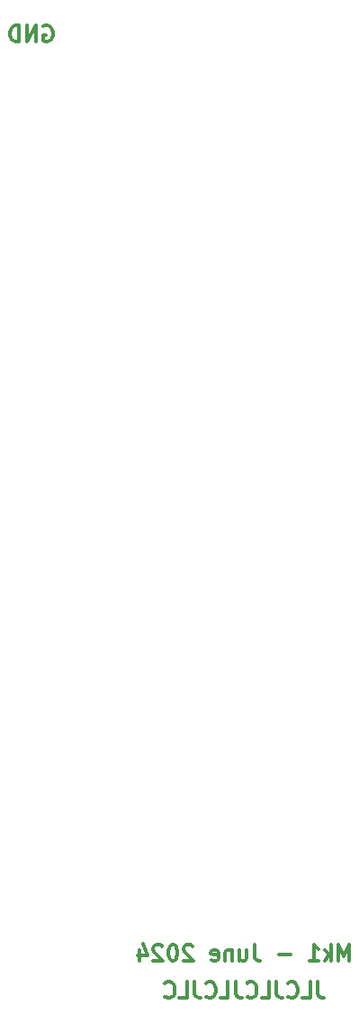
<source format=gbo>
G04 #@! TF.GenerationSoftware,KiCad,Pcbnew,8.0.3*
G04 #@! TF.CreationDate,2024-06-29T17:28:01+02:00*
G04 #@! TF.ProjectId,DMH_Buffered_Mult_PANEL,444d485f-4275-4666-9665-7265645f4d75,1*
G04 #@! TF.SameCoordinates,Original*
G04 #@! TF.FileFunction,Legend,Bot*
G04 #@! TF.FilePolarity,Positive*
%FSLAX46Y46*%
G04 Gerber Fmt 4.6, Leading zero omitted, Abs format (unit mm)*
G04 Created by KiCad (PCBNEW 8.0.3) date 2024-06-29 17:28:01*
%MOMM*%
%LPD*%
G01*
G04 APERTURE LIST*
%ADD10C,0.300000*%
%ADD11C,0.500000*%
%ADD12C,12.000000*%
%ADD13C,4.000000*%
%ADD14R,5.000000X10.000000*%
G04 APERTURE END LIST*
D10*
X106928571Y-225678328D02*
X106928571Y-226749757D01*
X106928571Y-226749757D02*
X107000000Y-226964042D01*
X107000000Y-226964042D02*
X107142857Y-227106900D01*
X107142857Y-227106900D02*
X107357143Y-227178328D01*
X107357143Y-227178328D02*
X107500000Y-227178328D01*
X105500000Y-227178328D02*
X106214286Y-227178328D01*
X106214286Y-227178328D02*
X106214286Y-225678328D01*
X104142857Y-227035471D02*
X104214285Y-227106900D01*
X104214285Y-227106900D02*
X104428571Y-227178328D01*
X104428571Y-227178328D02*
X104571428Y-227178328D01*
X104571428Y-227178328D02*
X104785714Y-227106900D01*
X104785714Y-227106900D02*
X104928571Y-226964042D01*
X104928571Y-226964042D02*
X105000000Y-226821185D01*
X105000000Y-226821185D02*
X105071428Y-226535471D01*
X105071428Y-226535471D02*
X105071428Y-226321185D01*
X105071428Y-226321185D02*
X105000000Y-226035471D01*
X105000000Y-226035471D02*
X104928571Y-225892614D01*
X104928571Y-225892614D02*
X104785714Y-225749757D01*
X104785714Y-225749757D02*
X104571428Y-225678328D01*
X104571428Y-225678328D02*
X104428571Y-225678328D01*
X104428571Y-225678328D02*
X104214285Y-225749757D01*
X104214285Y-225749757D02*
X104142857Y-225821185D01*
X103071428Y-225678328D02*
X103071428Y-226749757D01*
X103071428Y-226749757D02*
X103142857Y-226964042D01*
X103142857Y-226964042D02*
X103285714Y-227106900D01*
X103285714Y-227106900D02*
X103500000Y-227178328D01*
X103500000Y-227178328D02*
X103642857Y-227178328D01*
X101642857Y-227178328D02*
X102357143Y-227178328D01*
X102357143Y-227178328D02*
X102357143Y-225678328D01*
X100285714Y-227035471D02*
X100357142Y-227106900D01*
X100357142Y-227106900D02*
X100571428Y-227178328D01*
X100571428Y-227178328D02*
X100714285Y-227178328D01*
X100714285Y-227178328D02*
X100928571Y-227106900D01*
X100928571Y-227106900D02*
X101071428Y-226964042D01*
X101071428Y-226964042D02*
X101142857Y-226821185D01*
X101142857Y-226821185D02*
X101214285Y-226535471D01*
X101214285Y-226535471D02*
X101214285Y-226321185D01*
X101214285Y-226321185D02*
X101142857Y-226035471D01*
X101142857Y-226035471D02*
X101071428Y-225892614D01*
X101071428Y-225892614D02*
X100928571Y-225749757D01*
X100928571Y-225749757D02*
X100714285Y-225678328D01*
X100714285Y-225678328D02*
X100571428Y-225678328D01*
X100571428Y-225678328D02*
X100357142Y-225749757D01*
X100357142Y-225749757D02*
X100285714Y-225821185D01*
X99214285Y-225678328D02*
X99214285Y-226749757D01*
X99214285Y-226749757D02*
X99285714Y-226964042D01*
X99285714Y-226964042D02*
X99428571Y-227106900D01*
X99428571Y-227106900D02*
X99642857Y-227178328D01*
X99642857Y-227178328D02*
X99785714Y-227178328D01*
X97785714Y-227178328D02*
X98500000Y-227178328D01*
X98500000Y-227178328D02*
X98500000Y-225678328D01*
X96428571Y-227035471D02*
X96499999Y-227106900D01*
X96499999Y-227106900D02*
X96714285Y-227178328D01*
X96714285Y-227178328D02*
X96857142Y-227178328D01*
X96857142Y-227178328D02*
X97071428Y-227106900D01*
X97071428Y-227106900D02*
X97214285Y-226964042D01*
X97214285Y-226964042D02*
X97285714Y-226821185D01*
X97285714Y-226821185D02*
X97357142Y-226535471D01*
X97357142Y-226535471D02*
X97357142Y-226321185D01*
X97357142Y-226321185D02*
X97285714Y-226035471D01*
X97285714Y-226035471D02*
X97214285Y-225892614D01*
X97214285Y-225892614D02*
X97071428Y-225749757D01*
X97071428Y-225749757D02*
X96857142Y-225678328D01*
X96857142Y-225678328D02*
X96714285Y-225678328D01*
X96714285Y-225678328D02*
X96499999Y-225749757D01*
X96499999Y-225749757D02*
X96428571Y-225821185D01*
X95357142Y-225678328D02*
X95357142Y-226749757D01*
X95357142Y-226749757D02*
X95428571Y-226964042D01*
X95428571Y-226964042D02*
X95571428Y-227106900D01*
X95571428Y-227106900D02*
X95785714Y-227178328D01*
X95785714Y-227178328D02*
X95928571Y-227178328D01*
X93928571Y-227178328D02*
X94642857Y-227178328D01*
X94642857Y-227178328D02*
X94642857Y-225678328D01*
X92571428Y-227035471D02*
X92642856Y-227106900D01*
X92642856Y-227106900D02*
X92857142Y-227178328D01*
X92857142Y-227178328D02*
X92999999Y-227178328D01*
X92999999Y-227178328D02*
X93214285Y-227106900D01*
X93214285Y-227106900D02*
X93357142Y-226964042D01*
X93357142Y-226964042D02*
X93428571Y-226821185D01*
X93428571Y-226821185D02*
X93499999Y-226535471D01*
X93499999Y-226535471D02*
X93499999Y-226321185D01*
X93499999Y-226321185D02*
X93428571Y-226035471D01*
X93428571Y-226035471D02*
X93357142Y-225892614D01*
X93357142Y-225892614D02*
X93214285Y-225749757D01*
X93214285Y-225749757D02*
X92999999Y-225678328D01*
X92999999Y-225678328D02*
X92857142Y-225678328D01*
X92857142Y-225678328D02*
X92642856Y-225749757D01*
X92642856Y-225749757D02*
X92571428Y-225821185D01*
X109892856Y-223678328D02*
X109892856Y-222178328D01*
X109892856Y-222178328D02*
X109392856Y-223249757D01*
X109392856Y-223249757D02*
X108892856Y-222178328D01*
X108892856Y-222178328D02*
X108892856Y-223678328D01*
X108178570Y-223678328D02*
X108178570Y-222178328D01*
X108035713Y-223106900D02*
X107607141Y-223678328D01*
X107607141Y-222678328D02*
X108178570Y-223249757D01*
X106178569Y-223678328D02*
X107035712Y-223678328D01*
X106607141Y-223678328D02*
X106607141Y-222178328D01*
X106607141Y-222178328D02*
X106749998Y-222392614D01*
X106749998Y-222392614D02*
X106892855Y-222535471D01*
X106892855Y-222535471D02*
X107035712Y-222606900D01*
X104392856Y-223106900D02*
X103249999Y-223106900D01*
X100964284Y-222178328D02*
X100964284Y-223249757D01*
X100964284Y-223249757D02*
X101035713Y-223464042D01*
X101035713Y-223464042D02*
X101178570Y-223606900D01*
X101178570Y-223606900D02*
X101392856Y-223678328D01*
X101392856Y-223678328D02*
X101535713Y-223678328D01*
X99607142Y-222678328D02*
X99607142Y-223678328D01*
X100249999Y-222678328D02*
X100249999Y-223464042D01*
X100249999Y-223464042D02*
X100178570Y-223606900D01*
X100178570Y-223606900D02*
X100035713Y-223678328D01*
X100035713Y-223678328D02*
X99821427Y-223678328D01*
X99821427Y-223678328D02*
X99678570Y-223606900D01*
X99678570Y-223606900D02*
X99607142Y-223535471D01*
X98892856Y-222678328D02*
X98892856Y-223678328D01*
X98892856Y-222821185D02*
X98821427Y-222749757D01*
X98821427Y-222749757D02*
X98678570Y-222678328D01*
X98678570Y-222678328D02*
X98464284Y-222678328D01*
X98464284Y-222678328D02*
X98321427Y-222749757D01*
X98321427Y-222749757D02*
X98249999Y-222892614D01*
X98249999Y-222892614D02*
X98249999Y-223678328D01*
X96964284Y-223606900D02*
X97107141Y-223678328D01*
X97107141Y-223678328D02*
X97392856Y-223678328D01*
X97392856Y-223678328D02*
X97535713Y-223606900D01*
X97535713Y-223606900D02*
X97607141Y-223464042D01*
X97607141Y-223464042D02*
X97607141Y-222892614D01*
X97607141Y-222892614D02*
X97535713Y-222749757D01*
X97535713Y-222749757D02*
X97392856Y-222678328D01*
X97392856Y-222678328D02*
X97107141Y-222678328D01*
X97107141Y-222678328D02*
X96964284Y-222749757D01*
X96964284Y-222749757D02*
X96892856Y-222892614D01*
X96892856Y-222892614D02*
X96892856Y-223035471D01*
X96892856Y-223035471D02*
X97607141Y-223178328D01*
X95178570Y-222321185D02*
X95107142Y-222249757D01*
X95107142Y-222249757D02*
X94964285Y-222178328D01*
X94964285Y-222178328D02*
X94607142Y-222178328D01*
X94607142Y-222178328D02*
X94464285Y-222249757D01*
X94464285Y-222249757D02*
X94392856Y-222321185D01*
X94392856Y-222321185D02*
X94321427Y-222464042D01*
X94321427Y-222464042D02*
X94321427Y-222606900D01*
X94321427Y-222606900D02*
X94392856Y-222821185D01*
X94392856Y-222821185D02*
X95249999Y-223678328D01*
X95249999Y-223678328D02*
X94321427Y-223678328D01*
X93392856Y-222178328D02*
X93249999Y-222178328D01*
X93249999Y-222178328D02*
X93107142Y-222249757D01*
X93107142Y-222249757D02*
X93035714Y-222321185D01*
X93035714Y-222321185D02*
X92964285Y-222464042D01*
X92964285Y-222464042D02*
X92892856Y-222749757D01*
X92892856Y-222749757D02*
X92892856Y-223106900D01*
X92892856Y-223106900D02*
X92964285Y-223392614D01*
X92964285Y-223392614D02*
X93035714Y-223535471D01*
X93035714Y-223535471D02*
X93107142Y-223606900D01*
X93107142Y-223606900D02*
X93249999Y-223678328D01*
X93249999Y-223678328D02*
X93392856Y-223678328D01*
X93392856Y-223678328D02*
X93535714Y-223606900D01*
X93535714Y-223606900D02*
X93607142Y-223535471D01*
X93607142Y-223535471D02*
X93678571Y-223392614D01*
X93678571Y-223392614D02*
X93749999Y-223106900D01*
X93749999Y-223106900D02*
X93749999Y-222749757D01*
X93749999Y-222749757D02*
X93678571Y-222464042D01*
X93678571Y-222464042D02*
X93607142Y-222321185D01*
X93607142Y-222321185D02*
X93535714Y-222249757D01*
X93535714Y-222249757D02*
X93392856Y-222178328D01*
X92321428Y-222321185D02*
X92250000Y-222249757D01*
X92250000Y-222249757D02*
X92107143Y-222178328D01*
X92107143Y-222178328D02*
X91750000Y-222178328D01*
X91750000Y-222178328D02*
X91607143Y-222249757D01*
X91607143Y-222249757D02*
X91535714Y-222321185D01*
X91535714Y-222321185D02*
X91464285Y-222464042D01*
X91464285Y-222464042D02*
X91464285Y-222606900D01*
X91464285Y-222606900D02*
X91535714Y-222821185D01*
X91535714Y-222821185D02*
X92392857Y-223678328D01*
X92392857Y-223678328D02*
X91464285Y-223678328D01*
X90178572Y-222678328D02*
X90178572Y-223678328D01*
X90535714Y-222106900D02*
X90892857Y-223178328D01*
X90892857Y-223178328D02*
X89964286Y-223178328D01*
X81142856Y-135999757D02*
X81285714Y-135928328D01*
X81285714Y-135928328D02*
X81499999Y-135928328D01*
X81499999Y-135928328D02*
X81714285Y-135999757D01*
X81714285Y-135999757D02*
X81857142Y-136142614D01*
X81857142Y-136142614D02*
X81928571Y-136285471D01*
X81928571Y-136285471D02*
X81999999Y-136571185D01*
X81999999Y-136571185D02*
X81999999Y-136785471D01*
X81999999Y-136785471D02*
X81928571Y-137071185D01*
X81928571Y-137071185D02*
X81857142Y-137214042D01*
X81857142Y-137214042D02*
X81714285Y-137356900D01*
X81714285Y-137356900D02*
X81499999Y-137428328D01*
X81499999Y-137428328D02*
X81357142Y-137428328D01*
X81357142Y-137428328D02*
X81142856Y-137356900D01*
X81142856Y-137356900D02*
X81071428Y-137285471D01*
X81071428Y-137285471D02*
X81071428Y-136785471D01*
X81071428Y-136785471D02*
X81357142Y-136785471D01*
X80428571Y-137428328D02*
X80428571Y-135928328D01*
X80428571Y-135928328D02*
X79571428Y-137428328D01*
X79571428Y-137428328D02*
X79571428Y-135928328D01*
X78857142Y-137428328D02*
X78857142Y-135928328D01*
X78857142Y-135928328D02*
X78499999Y-135928328D01*
X78499999Y-135928328D02*
X78285713Y-135999757D01*
X78285713Y-135999757D02*
X78142856Y-136142614D01*
X78142856Y-136142614D02*
X78071427Y-136285471D01*
X78071427Y-136285471D02*
X77999999Y-136571185D01*
X77999999Y-136571185D02*
X77999999Y-136785471D01*
X77999999Y-136785471D02*
X78071427Y-137071185D01*
X78071427Y-137071185D02*
X78142856Y-137214042D01*
X78142856Y-137214042D02*
X78285713Y-137356900D01*
X78285713Y-137356900D02*
X78499999Y-137428328D01*
X78499999Y-137428328D02*
X78857142Y-137428328D01*
%LPC*%
D11*
X104300000Y-206000000D03*
X105960000Y-201970000D03*
X105970000Y-210040000D03*
X110000000Y-200300000D03*
D12*
X110000000Y-206000000D03*
D11*
X110000000Y-211700000D03*
X114030000Y-210040000D03*
X114040000Y-201970000D03*
X115700000Y-206000000D03*
X84300000Y-206000000D03*
X85960000Y-201970000D03*
X85970000Y-210040000D03*
X90000000Y-200300000D03*
D12*
X90000000Y-206000000D03*
D11*
X90000000Y-211700000D03*
X94030000Y-210040000D03*
X94040000Y-201970000D03*
X95700000Y-206000000D03*
D13*
X121500000Y-33500000D03*
D11*
X84300000Y-54000000D03*
X85960000Y-49970000D03*
X85970000Y-58040000D03*
X90000000Y-48300000D03*
D12*
X90000000Y-54000000D03*
D11*
X90000000Y-59700000D03*
X94030000Y-58040000D03*
X94040000Y-49970000D03*
X95700000Y-54000000D03*
X104300000Y-54000000D03*
X105960000Y-49970000D03*
X105970000Y-58040000D03*
X110000000Y-48300000D03*
D12*
X110000000Y-54000000D03*
D11*
X110000000Y-59700000D03*
X114030000Y-58040000D03*
X114040000Y-49970000D03*
X115700000Y-54000000D03*
D13*
X78500000Y-226500000D03*
D11*
X84300000Y-70500000D03*
X85960000Y-66470000D03*
X85970000Y-74540000D03*
X90000000Y-64800000D03*
D12*
X90000000Y-70500000D03*
D11*
X90000000Y-76200000D03*
X94030000Y-74540000D03*
X94040000Y-66470000D03*
X95700000Y-70500000D03*
X104300000Y-156500000D03*
X105960000Y-152470000D03*
X105970000Y-160540000D03*
X110000000Y-150800000D03*
D12*
X110000000Y-156500000D03*
D11*
X110000000Y-162200000D03*
X114030000Y-160540000D03*
X114040000Y-152470000D03*
X115700000Y-156500000D03*
X84300000Y-173000000D03*
X85960000Y-168970000D03*
X85970000Y-177040000D03*
X90000000Y-167300000D03*
D12*
X90000000Y-173000000D03*
D11*
X90000000Y-178700000D03*
X94030000Y-177040000D03*
X94040000Y-168970000D03*
X95700000Y-173000000D03*
X104300000Y-189500000D03*
X105960000Y-185470000D03*
X105970000Y-193540000D03*
X110000000Y-183800000D03*
D12*
X110000000Y-189500000D03*
D11*
X110000000Y-195200000D03*
X114030000Y-193540000D03*
X114040000Y-185470000D03*
X115700000Y-189500000D03*
X84300000Y-103500000D03*
X85960000Y-99470000D03*
X85970000Y-107540000D03*
X90000000Y-97800000D03*
D12*
X90000000Y-103500000D03*
D11*
X90000000Y-109200000D03*
X94030000Y-107540000D03*
X94040000Y-99470000D03*
X95700000Y-103500000D03*
X84300000Y-189500000D03*
X85960000Y-185470000D03*
X85970000Y-193540000D03*
X90000000Y-183800000D03*
D12*
X90000000Y-189500000D03*
D11*
X90000000Y-195200000D03*
X94030000Y-193540000D03*
X94040000Y-185470000D03*
X95700000Y-189500000D03*
X104300000Y-103500000D03*
X105960000Y-99470000D03*
X105970000Y-107540000D03*
X110000000Y-97800000D03*
D12*
X110000000Y-103500000D03*
D11*
X110000000Y-109200000D03*
X114030000Y-107540000D03*
X114040000Y-99470000D03*
X115700000Y-103500000D03*
X104300000Y-173000000D03*
X105960000Y-168970000D03*
X105970000Y-177040000D03*
X110000000Y-167300000D03*
D12*
X110000000Y-173000000D03*
D11*
X110000000Y-178700000D03*
X114030000Y-177040000D03*
X114040000Y-168970000D03*
X115700000Y-173000000D03*
D13*
X121500000Y-226500000D03*
D11*
X84300000Y-156500000D03*
X85960000Y-152470000D03*
X85970000Y-160540000D03*
X90000000Y-150800000D03*
D12*
X90000000Y-156500000D03*
D11*
X90000000Y-162200000D03*
X94030000Y-160540000D03*
X94040000Y-152470000D03*
X95700000Y-156500000D03*
X84300000Y-87000000D03*
X85960000Y-82970000D03*
X85970000Y-91040000D03*
X90000000Y-81300000D03*
D12*
X90000000Y-87000000D03*
D11*
X90000000Y-92700000D03*
X94030000Y-91040000D03*
X94040000Y-82970000D03*
X95700000Y-87000000D03*
X104300000Y-70500000D03*
X105960000Y-66470000D03*
X105970000Y-74540000D03*
X110000000Y-64800000D03*
D12*
X110000000Y-70500000D03*
D11*
X110000000Y-76200000D03*
X114030000Y-74540000D03*
X114040000Y-66470000D03*
X115700000Y-70500000D03*
D13*
X78500000Y-33500000D03*
D11*
X104300000Y-87000000D03*
X105960000Y-82970000D03*
X105970000Y-91040000D03*
X110000000Y-81300000D03*
D12*
X110000000Y-87000000D03*
D11*
X110000000Y-92700000D03*
X114030000Y-91040000D03*
X114040000Y-82970000D03*
X115700000Y-87000000D03*
D14*
X80000000Y-130000000D03*
%LPD*%
M02*

</source>
